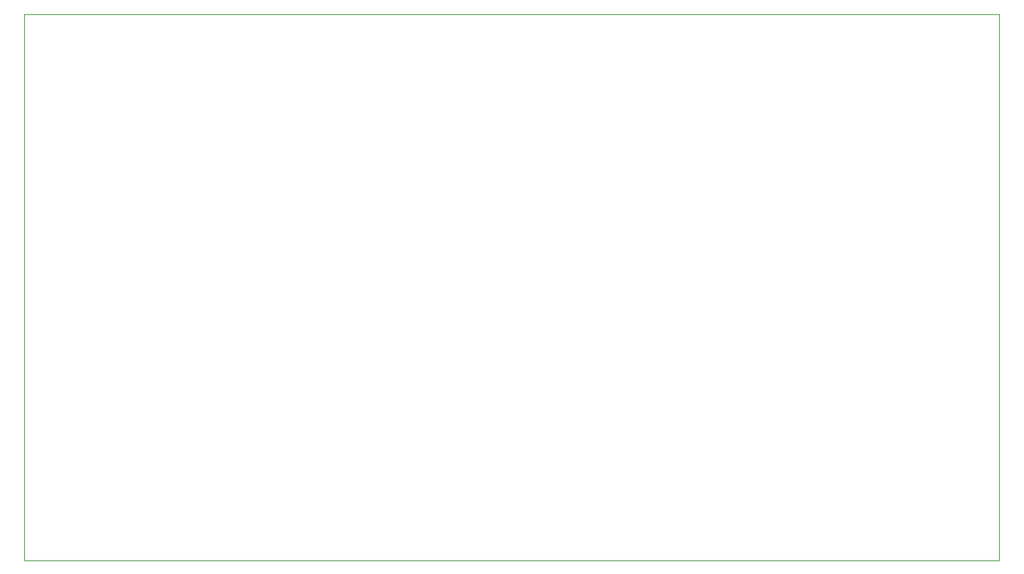
<source format=gbr>
G04 #@! TF.GenerationSoftware,KiCad,Pcbnew,(5.1.2)-1*
G04 #@! TF.CreationDate,2019-06-13T11:42:40+03:00*
G04 #@! TF.ProjectId,shema,7368656d-612e-46b6-9963-61645f706362,v.1.0*
G04 #@! TF.SameCoordinates,Original*
G04 #@! TF.FileFunction,Profile,NP*
%FSLAX46Y46*%
G04 Gerber Fmt 4.6, Leading zero omitted, Abs format (unit mm)*
G04 Created by KiCad (PCBNEW (5.1.2)-1) date 2019-06-13 11:42:40*
%MOMM*%
%LPD*%
G04 APERTURE LIST*
%ADD10C,0.050000*%
G04 APERTURE END LIST*
D10*
X207010000Y-63500000D02*
X91440000Y-63500000D01*
X207010000Y-128270000D02*
X207010000Y-63500000D01*
X91440000Y-128270000D02*
X207010000Y-128270000D01*
X91440000Y-63500000D02*
X91440000Y-128270000D01*
M02*

</source>
